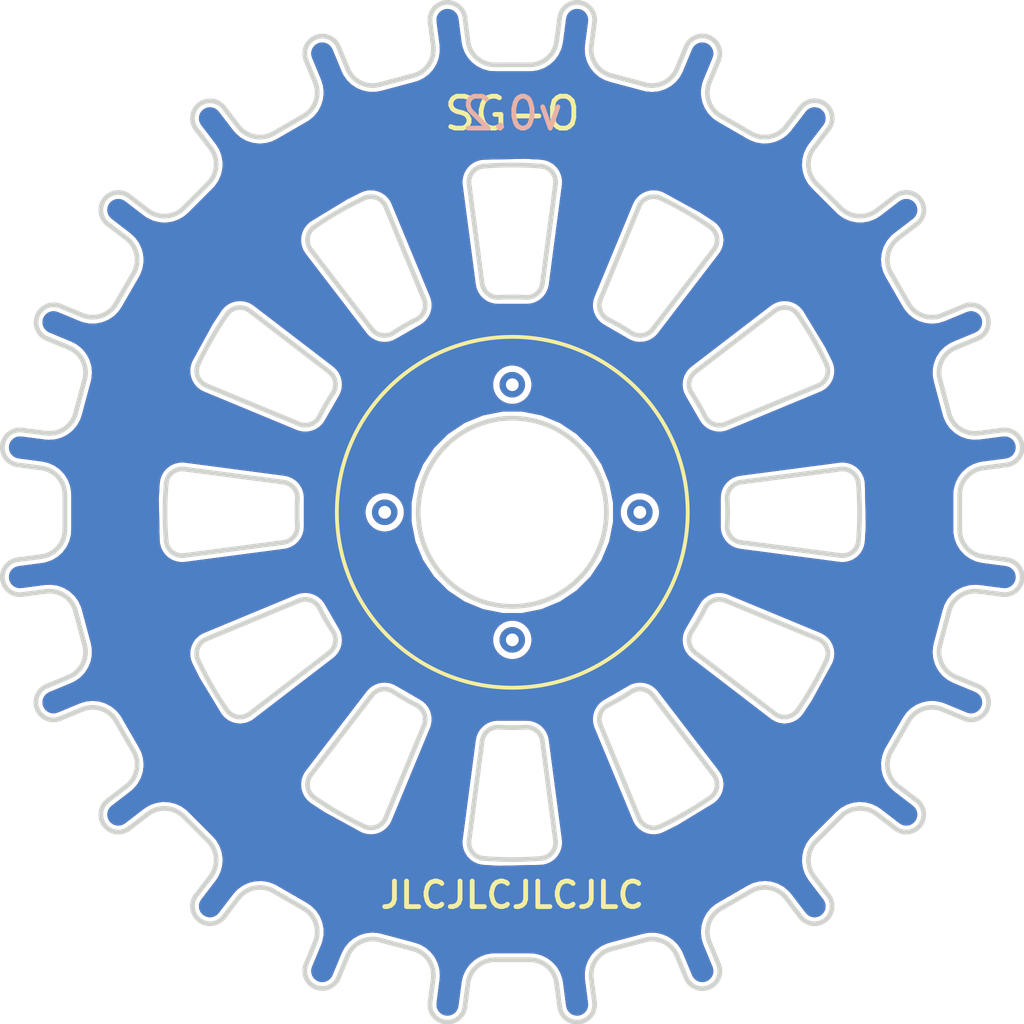
<source format=kicad_pcb>
(kicad_pcb (version 20171130) (host pcbnew "(5.1.5)-3")
  (title_block (title MiniFeedDriveWheel) (date 2021-01-04) (rev v0.2) (company SG-O) (comment 1 "©CC BY 4.0"))
  (layers (0 F.Cu signal) (31 B.Cu signal) (34 B.Paste user) (35 F.Paste user) (36 B.SilkS user) (37 F.SilkS user) (38 B.Mask user) (39 F.Mask user) (44 Edge.Cuts user))
  (net 0 "")
  (gr_text v0.2 (at 100 87.5) (layer B.SilkS) (effects (font (size 1 1)) (justify mirror)))
  (gr_circle (center 100 100) (end 102.95 100) (layer Edge.Cuts) (width 0.15))
  (gr_arc (start 94.079849 108.53663) (end 93.683173 108.23225) (angle -92.758703) (layer Edge.Cuts) (width 0.15))
  (gr_arc (start 100 100) (end 93.794913 108.947497) (angle -9.482593993) (layer Edge.Cuts) (width 0.15))
  (gr_arc (start 95.567137 109.395316) (end 95.353784 109.847511) (angle -92.758703) (layer Edge.Cuts) (width 0.15))
  (gr_line (start 97.232151 106.682178) (end 96.029077 109.586658) (layer Edge.Cuts) (width 0.15))
  (gr_arc (start 96.770212 106.490836) (end 97.232151 106.682178) (angle -86.04542788) (layer Edge.Cuts) (width 0.15))
  (gr_arc (start 100 100) (end 96.269964 105.625773) (angle -7.090855756) (layer Edge.Cuts) (width 0.15))
  (gr_arc (start 95.993665 106.042497) (end 96.269964 105.625773) (angle -86.04542788) (layer Edge.Cuts) (width 0.15))
  (gr_line (start 93.683173 108.23225) (end 95.596989 105.738116) (layer Edge.Cuts) (width 0.15))
  (gr_arc (start 100.858685 110.353014) (end 100.900014 110.851303) (angle -92.758703) (layer Edge.Cuts) (width 0.15))
  (gr_line (start 100.944061 107.17086) (end 101.354408 110.287751) (layer Edge.Cuts) (width 0.15))
  (gr_arc (start 100.448339 107.236124) (end 100.944061 107.17086) (angle -86.04542788) (layer Edge.Cuts) (width 0.15))
  (gr_arc (start 100 100) (end 99.582581 106.737081) (angle -7.090855756) (layer Edge.Cuts) (width 0.15))
  (gr_arc (start 99.551661 107.236124) (end 99.582581 106.737081) (angle -86.04542788) (layer Edge.Cuts) (width 0.15))
  (gr_line (start 98.645592 110.287751) (end 99.055939 107.17086) (layer Edge.Cuts) (width 0.15))
  (gr_arc (start 99.141315 110.353014) (end 98.645592 110.287751) (angle -92.758703) (layer Edge.Cuts) (width 0.15))
  (gr_arc (start 100 100) (end 99.099986 110.851303) (angle -9.482593993) (layer Edge.Cuts) (width 0.15))
  (gr_arc (start 99.141315 89.646986) (end 99.099986 89.148697) (angle -92.758703) (layer Edge.Cuts) (width 0.15))
  (gr_line (start 99.055939 92.82914) (end 98.645592 89.712249) (layer Edge.Cuts) (width 0.15))
  (gr_arc (start 99.551661 92.763876) (end 99.055939 92.82914) (angle -86.04542788) (layer Edge.Cuts) (width 0.15))
  (gr_arc (start 100 100) (end 100.417419 93.262919) (angle -7.090855756) (layer Edge.Cuts) (width 0.15))
  (gr_arc (start 100.448339 92.763876) (end 100.417419 93.262919) (angle -86.04542788) (layer Edge.Cuts) (width 0.15))
  (gr_line (start 101.354408 89.712249) (end 100.944061 92.82914) (layer Edge.Cuts) (width 0.15))
  (gr_arc (start 100.858685 89.646986) (end 101.354408 89.712249) (angle -92.758703) (layer Edge.Cuts) (width 0.15))
  (gr_arc (start 100 100) (end 100.900014 89.148697) (angle -9.482593993) (layer Edge.Cuts) (width 0.15))
  (gr_arc (start 107.236124 100.448339) (end 106.737081 100.417419) (angle -86.04542788) (layer Edge.Cuts) (width 0.15))
  (gr_line (start 110.287751 101.354408) (end 107.17086 100.944061) (layer Edge.Cuts) (width 0.15))
  (gr_arc (start 110.353014 100.858685) (end 110.287751 101.354408) (angle -92.758703) (layer Edge.Cuts) (width 0.15))
  (gr_arc (start 100 100) (end 110.851303 100.900014) (angle -9.482593993) (layer Edge.Cuts) (width 0.15))
  (gr_arc (start 110.353014 99.141315) (end 110.851303 99.099986) (angle -92.758703) (layer Edge.Cuts) (width 0.15))
  (gr_line (start 107.17086 99.055939) (end 110.287751 98.645592) (layer Edge.Cuts) (width 0.15))
  (gr_arc (start 107.236124 99.551661) (end 107.17086 99.055939) (angle -86.04542788) (layer Edge.Cuts) (width 0.15))
  (gr_arc (start 100 100) (end 106.737081 100.417419) (angle -7.090855756) (layer Edge.Cuts) (width 0.15))
  (gr_arc (start 108.53663 94.079849) (end 108.947497 93.794913) (angle -92.758703) (layer Edge.Cuts) (width 0.15))
  (gr_line (start 105.738116 95.596989) (end 108.23225 93.683173) (layer Edge.Cuts) (width 0.15))
  (gr_arc (start 106.042497 95.993665) (end 105.738116 95.596989) (angle -86.04542788) (layer Edge.Cuts) (width 0.15))
  (gr_arc (start 100 100) (end 106.043193 96.992956) (angle -7.090855756) (layer Edge.Cuts) (width 0.15))
  (gr_arc (start 106.490836 96.770212) (end 106.043193 96.992956) (angle -86.04542788) (layer Edge.Cuts) (width 0.15))
  (gr_line (start 109.586658 96.029077) (end 106.682178 97.232151) (layer Edge.Cuts) (width 0.15))
  (gr_arc (start 109.395316 95.567137) (end 109.586658 96.029077) (angle -92.758703) (layer Edge.Cuts) (width 0.15))
  (gr_arc (start 100 100) (end 109.847511 95.353784) (angle -9.482593993) (layer Edge.Cuts) (width 0.15))
  (gr_arc (start 93.509164 96.770212) (end 93.317822 97.232151) (angle -86.04542788) (layer Edge.Cuts) (width 0.15))
  (gr_arc (start 100 100) (end 94.374227 96.269964) (angle -7.090855756) (layer Edge.Cuts) (width 0.15))
  (gr_arc (start 93.957503 95.993665) (end 94.374227 96.269964) (angle -86.04542788) (layer Edge.Cuts) (width 0.15))
  (gr_line (start 91.76775 93.683173) (end 94.261884 95.596989) (layer Edge.Cuts) (width 0.15))
  (gr_arc (start 91.46337 94.079849) (end 91.76775 93.683173) (angle -92.758703) (layer Edge.Cuts) (width 0.15))
  (gr_arc (start 100 100) (end 91.052503 93.794913) (angle -9.482593993) (layer Edge.Cuts) (width 0.15))
  (gr_arc (start 90.604684 95.567137) (end 90.152489 95.353784) (angle -92.758703) (layer Edge.Cuts) (width 0.15))
  (gr_line (start 93.317822 97.232151) (end 90.413342 96.029077) (layer Edge.Cuts) (width 0.15))
  (gr_arc (start 94.079849 91.46337) (end 93.794913 91.052503) (angle -92.758703) (layer Edge.Cuts) (width 0.15))
  (gr_line (start 95.596989 94.261884) (end 93.683173 91.76775) (layer Edge.Cuts) (width 0.15))
  (gr_arc (start 95.993665 93.957503) (end 95.596989 94.261884) (angle -86.04542788) (layer Edge.Cuts) (width 0.15))
  (gr_arc (start 100 100) (end 96.992956 93.956807) (angle -7.090855756) (layer Edge.Cuts) (width 0.15))
  (gr_arc (start 96.770212 93.509164) (end 96.992956 93.956807) (angle -86.04542788) (layer Edge.Cuts) (width 0.15))
  (gr_line (start 96.029077 90.413342) (end 97.232151 93.317822) (layer Edge.Cuts) (width 0.15))
  (gr_arc (start 95.567137 90.604684) (end 96.029077 90.413342) (angle -92.758703) (layer Edge.Cuts) (width 0.15))
  (gr_arc (start 100 100) (end 95.353784 90.152489) (angle -9.482593993) (layer Edge.Cuts) (width 0.15))
  (gr_arc (start 104.432863 90.604684) (end 104.646216 90.152489) (angle -92.758703) (layer Edge.Cuts) (width 0.15))
  (gr_line (start 102.767849 93.317822) (end 103.970923 90.413342) (layer Edge.Cuts) (width 0.15))
  (gr_arc (start 103.229788 93.509164) (end 102.767849 93.317822) (angle -86.04542788) (layer Edge.Cuts) (width 0.15))
  (gr_arc (start 100 100) (end 103.730036 94.374227) (angle -7.090855756) (layer Edge.Cuts) (width 0.15))
  (gr_arc (start 104.006335 93.957503) (end 103.730036 94.374227) (angle -86.04542788) (layer Edge.Cuts) (width 0.15))
  (gr_line (start 106.316827 91.76775) (end 104.403011 94.261884) (layer Edge.Cuts) (width 0.15))
  (gr_arc (start 105.920151 91.46337) (end 106.316827 91.76775) (angle -92.758703) (layer Edge.Cuts) (width 0.15))
  (gr_arc (start 100 100) (end 106.205087 91.052503) (angle -9.482593993) (layer Edge.Cuts) (width 0.15))
  (gr_arc (start 91.46337 105.920151) (end 91.052503 106.205087) (angle -92.758703) (layer Edge.Cuts) (width 0.15))
  (gr_line (start 94.261884 104.403011) (end 91.76775 106.316827) (layer Edge.Cuts) (width 0.15))
  (gr_arc (start 93.957503 104.006335) (end 94.261884 104.403011) (angle -86.04542788) (layer Edge.Cuts) (width 0.15))
  (gr_arc (start 100 100) (end 93.956807 103.007044) (angle -7.090855756) (layer Edge.Cuts) (width 0.15))
  (gr_arc (start 93.509164 103.229788) (end 93.956807 103.007044) (angle -86.04542788) (layer Edge.Cuts) (width 0.15))
  (gr_line (start 90.413342 103.970923) (end 93.317822 102.767849) (layer Edge.Cuts) (width 0.15))
  (gr_arc (start 90.604684 104.432863) (end 90.413342 103.970923) (angle -92.758703) (layer Edge.Cuts) (width 0.15))
  (gr_arc (start 100 100) (end 90.152489 104.646216) (angle -9.482593993) (layer Edge.Cuts) (width 0.15))
  (gr_arc (start 92.763876 100.448339) (end 92.82914 100.944061) (angle -86.04542788) (layer Edge.Cuts) (width 0.15))
  (gr_arc (start 100 100) (end 93.262919 99.582581) (angle -7.090855756) (layer Edge.Cuts) (width 0.15))
  (gr_arc (start 92.763876 99.551661) (end 93.262919 99.582581) (angle -86.04542788) (layer Edge.Cuts) (width 0.15))
  (gr_line (start 89.712249 98.645592) (end 92.82914 99.055939) (layer Edge.Cuts) (width 0.15))
  (gr_arc (start 89.646986 99.141315) (end 89.712249 98.645592) (angle -92.758703) (layer Edge.Cuts) (width 0.15))
  (gr_arc (start 100 100) (end 89.148697 99.099986) (angle -9.482593993) (layer Edge.Cuts) (width 0.15))
  (gr_arc (start 89.646986 100.858685) (end 89.148697 100.900014) (angle -92.758703) (layer Edge.Cuts) (width 0.15))
  (gr_line (start 92.82914 100.944061) (end 89.712249 101.354408) (layer Edge.Cuts) (width 0.15))
  (gr_arc (start 105.920151 108.53663) (end 106.205087 108.947497) (angle -92.758703) (layer Edge.Cuts) (width 0.15))
  (gr_line (start 104.403011 105.738116) (end 106.316827 108.23225) (layer Edge.Cuts) (width 0.15))
  (gr_arc (start 104.006335 106.042497) (end 104.403011 105.738116) (angle -86.04542788) (layer Edge.Cuts) (width 0.15))
  (gr_arc (start 100 100) (end 103.007044 106.043193) (angle -7.090855756) (layer Edge.Cuts) (width 0.15))
  (gr_arc (start 103.229788 106.490836) (end 103.007044 106.043193) (angle -86.04542788) (layer Edge.Cuts) (width 0.15))
  (gr_line (start 103.970923 109.586658) (end 102.767849 106.682178) (layer Edge.Cuts) (width 0.15))
  (gr_arc (start 104.432863 109.395316) (end 103.970923 109.586658) (angle -92.758703) (layer Edge.Cuts) (width 0.15))
  (gr_arc (start 100 100) (end 104.646216 109.847511) (angle -9.482593993) (layer Edge.Cuts) (width 0.15))
  (gr_arc (start 106.042497 104.006335) (end 105.625773 103.730036) (angle -86.04542788) (layer Edge.Cuts) (width 0.15))
  (gr_line (start 108.23225 106.316827) (end 105.738116 104.403011) (layer Edge.Cuts) (width 0.15))
  (gr_arc (start 108.53663 105.920151) (end 108.23225 106.316827) (angle -92.758703) (layer Edge.Cuts) (width 0.15))
  (gr_arc (start 100 100) (end 108.947497 106.205087) (angle -9.482593993) (layer Edge.Cuts) (width 0.15))
  (gr_arc (start 109.395316 104.432863) (end 109.847511 104.646216) (angle -92.758703) (layer Edge.Cuts) (width 0.15))
  (gr_line (start 106.682178 102.767849) (end 109.586658 103.970923) (layer Edge.Cuts) (width 0.15))
  (gr_arc (start 106.490836 103.229788) (end 106.682178 102.767849) (angle -86.04542788) (layer Edge.Cuts) (width 0.15))
  (gr_arc (start 100 100) (end 105.625773 103.730036) (angle -7.090855756) (layer Edge.Cuts) (width 0.15))
  (gr_line (start 114.174328 93.533486) (end 113.483816 93.819505) (layer Edge.Cuts) (width 0.15))
  (gr_arc (start 114.384804 94.041619) (end 114.59528 94.549753) (angle -180) (layer Edge.Cuts) (width 0.15))
  (gr_line (start 113.904768 94.835773) (end 114.59528 94.549753) (layer Edge.Cuts) (width 0.15))
  (gr_arc (start 114.230049 95.62107) (end 113.904768 94.835773) (angle -84.60439738) (layer Edge.Cuts) (width 0.15))
  (gr_line (start 113.684487 96.86694) (end 113.417644 95.871067) (layer Edge.Cuts) (width 0.15))
  (gr_arc (start 114.513049 96.677241) (end 113.684487 96.86694) (angle -84.60439738) (layer Edge.Cuts) (width 0.15))
  (gr_line (start 115.365007 97.422413) (end 114.623996 97.519969) (layer Edge.Cuts) (width 0.15))
  (gr_arc (start 115.436796 97.967708) (end 115.508585 98.513002) (angle -180) (layer Edge.Cuts) (width 0.15))
  (gr_line (start 114.767575 98.610558) (end 115.508585 98.513002) (layer Edge.Cuts) (width 0.15))
  (gr_arc (start 114.878522 99.453286) (end 114.767575 98.610558) (angle -84.60439738) (layer Edge.Cuts) (width 0.15))
  (gr_line (start 114.029095 100.515501) (end 114.029095 99.484499) (layer Edge.Cuts) (width 0.15))
  (gr_arc (start 114.878522 100.546714) (end 114.029095 100.515501) (angle -84.60439738) (layer Edge.Cuts) (width 0.15))
  (gr_line (start 115.508585 101.486998) (end 114.767575 101.389442) (layer Edge.Cuts) (width 0.15))
  (gr_arc (start 115.436796 102.032292) (end 115.365007 102.577587) (angle -180) (layer Edge.Cuts) (width 0.15))
  (gr_line (start 114.623996 102.480031) (end 115.365007 102.577587) (layer Edge.Cuts) (width 0.15))
  (gr_arc (start 114.513049 103.322759) (end 114.623996 102.480031) (angle -84.60439738) (layer Edge.Cuts) (width 0.15))
  (gr_line (start 113.417644 104.128933) (end 113.684487 103.13306) (layer Edge.Cuts) (width 0.15))
  (gr_arc (start 114.230049 104.37893) (end 113.417644 104.128933) (angle -84.60439738) (layer Edge.Cuts) (width 0.15))
  (gr_line (start 114.59528 105.450247) (end 113.904768 105.164227) (layer Edge.Cuts) (width 0.15))
  (gr_arc (start 114.384804 105.958381) (end 114.174328 106.466514) (angle -180) (layer Edge.Cuts) (width 0.15))
  (gr_line (start 113.483816 106.180495) (end 114.174328 106.466514) (layer Edge.Cuts) (width 0.15))
  (gr_arc (start 113.158535 106.965792) (end 113.483816 106.180495) (angle -84.60439738) (layer Edge.Cuts) (width 0.15))
  (gr_line (start 111.891802 107.460985) (end 112.407304 106.56811) (layer Edge.Cuts) (width 0.15))
  (gr_arc (start 112.611821 107.912729) (end 111.891802 107.460985) (angle -84.60439738) (layer Edge.Cuts) (width 0.15))
  (gr_line (start 112.68733 109.042071) (end 112.094374 108.587079) (layer Edge.Cuts) (width 0.15))
  (gr_arc (start 112.352511 109.478415) (end 112.017692 109.914759) (angle -180) (layer Edge.Cuts) (width 0.15))
  (gr_line (start 111.424736 109.459768) (end 112.017692 109.914759) (layer Edge.Cuts) (width 0.15))
  (gr_arc (start 110.907289 110.134118) (end 111.424736 109.459768) (angle -84.60439738) (layer Edge.Cuts) (width 0.15))
  (gr_line (start 109.555553 110.284583) (end 110.284583 109.555553) (layer Edge.Cuts) (width 0.15))
  (gr_arc (start 110.134118 110.907289) (end 109.555553 110.284583) (angle -84.60439738) (layer Edge.Cuts) (width 0.15))
  (gr_line (start 109.914759 112.017692) (end 109.459768 111.424736) (layer Edge.Cuts) (width 0.15))
  (gr_arc (start 109.478415 112.352511) (end 109.042071 112.68733) (angle -180) (layer Edge.Cuts) (width 0.15))
  (gr_line (start 108.587079 112.094374) (end 109.042071 112.68733) (layer Edge.Cuts) (width 0.15))
  (gr_arc (start 107.912729 112.611821) (end 108.587079 112.094374) (angle -84.60439738) (layer Edge.Cuts) (width 0.15))
  (gr_line (start 106.56811 112.407304) (end 107.460985 111.891802) (layer Edge.Cuts) (width 0.15))
  (gr_arc (start 106.965792 113.158535) (end 106.56811 112.407304) (angle -84.60439738) (layer Edge.Cuts) (width 0.15))
  (gr_line (start 106.466514 114.174328) (end 106.180495 113.483816) (layer Edge.Cuts) (width 0.15))
  (gr_arc (start 105.958381 114.384804) (end 105.450247 114.59528) (angle -180) (layer Edge.Cuts) (width 0.15))
  (gr_line (start 105.164227 113.904768) (end 105.450247 114.59528) (layer Edge.Cuts) (width 0.15))
  (gr_arc (start 104.37893 114.230049) (end 105.164227 113.904768) (angle -84.60439738) (layer Edge.Cuts) (width 0.15))
  (gr_line (start 103.13306 113.684487) (end 104.128933 113.417644) (layer Edge.Cuts) (width 0.15))
  (gr_arc (start 103.322759 114.513049) (end 103.13306 113.684487) (angle -84.60439738) (layer Edge.Cuts) (width 0.15))
  (gr_line (start 102.577587 115.365007) (end 102.480031 114.623996) (layer Edge.Cuts) (width 0.15))
  (gr_arc (start 102.032292 115.436796) (end 101.486998 115.508585) (angle -180) (layer Edge.Cuts) (width 0.15))
  (gr_line (start 101.389442 114.767575) (end 101.486998 115.508585) (layer Edge.Cuts) (width 0.15))
  (gr_arc (start 100.546714 114.878522) (end 101.389442 114.767575) (angle -84.60439738) (layer Edge.Cuts) (width 0.15))
  (gr_line (start 99.484499 114.029095) (end 100.515501 114.029095) (layer Edge.Cuts) (width 0.15))
  (gr_arc (start 99.453286 114.878522) (end 99.484499 114.029095) (angle -84.60439738) (layer Edge.Cuts) (width 0.15))
  (gr_line (start 98.513002 115.508585) (end 98.610558 114.767575) (layer Edge.Cuts) (width 0.15))
  (gr_arc (start 97.967708 115.436796) (end 97.422413 115.365007) (angle -179.9999991) (layer Edge.Cuts) (width 0.15))
  (gr_line (start 97.519969 114.623996) (end 97.422413 115.365007) (layer Edge.Cuts) (width 0.15))
  (gr_arc (start 96.677241 114.513049) (end 97.519969 114.623996) (angle -84.60439738) (layer Edge.Cuts) (width 0.15))
  (gr_line (start 95.871067 113.417644) (end 96.86694 113.684487) (layer Edge.Cuts) (width 0.15))
  (gr_arc (start 95.62107 114.230049) (end 95.871067 113.417644) (angle -84.60439738) (layer Edge.Cuts) (width 0.15))
  (gr_line (start 94.549753 114.59528) (end 94.835773 113.904768) (layer Edge.Cuts) (width 0.15))
  (gr_arc (start 94.041619 114.384804) (end 93.533486 114.174328) (angle -180) (layer Edge.Cuts) (width 0.15))
  (gr_line (start 93.819505 113.483816) (end 93.533486 114.174328) (layer Edge.Cuts) (width 0.15))
  (gr_arc (start 93.034208 113.158535) (end 93.819505 113.483816) (angle -84.60439738) (layer Edge.Cuts) (width 0.15))
  (gr_line (start 92.539015 111.891802) (end 93.43189 112.407304) (layer Edge.Cuts) (width 0.15))
  (gr_arc (start 92.087271 112.611821) (end 92.539015 111.891802) (angle -84.60439738) (layer Edge.Cuts) (width 0.15))
  (gr_line (start 90.957929 112.68733) (end 91.412921 112.094374) (layer Edge.Cuts) (width 0.15))
  (gr_arc (start 90.521585 112.352511) (end 90.085241 112.017692) (angle -180) (layer Edge.Cuts) (width 0.15))
  (gr_line (start 90.540232 111.424736) (end 90.085241 112.017692) (layer Edge.Cuts) (width 0.15))
  (gr_arc (start 89.865882 110.907289) (end 90.540232 111.424736) (angle -84.60439738) (layer Edge.Cuts) (width 0.15))
  (gr_line (start 89.715417 109.555553) (end 90.444447 110.284583) (layer Edge.Cuts) (width 0.15))
  (gr_arc (start 89.092711 110.134118) (end 89.715417 109.555553) (angle -84.60439738) (layer Edge.Cuts) (width 0.15))
  (gr_line (start 87.982308 109.914759) (end 88.575264 109.459768) (layer Edge.Cuts) (width 0.15))
  (gr_arc (start 87.647489 109.478415) (end 87.31267 109.042071) (angle -180) (layer Edge.Cuts) (width 0.15))
  (gr_line (start 87.905626 108.587079) (end 87.31267 109.042071) (layer Edge.Cuts) (width 0.15))
  (gr_arc (start 87.388179 107.912729) (end 87.905626 108.587079) (angle -84.60439738) (layer Edge.Cuts) (width 0.15))
  (gr_line (start 87.592696 106.56811) (end 88.108198 107.460985) (layer Edge.Cuts) (width 0.15))
  (gr_arc (start 86.841465 106.965792) (end 87.592696 106.56811) (angle -84.60439738) (layer Edge.Cuts) (width 0.15))
  (gr_line (start 85.825672 106.466514) (end 86.516184 106.180495) (layer Edge.Cuts) (width 0.15))
  (gr_arc (start 85.615196 105.958381) (end 85.40472 105.450247) (angle -180) (layer Edge.Cuts) (width 0.15))
  (gr_line (start 86.095232 105.164227) (end 85.40472 105.450247) (layer Edge.Cuts) (width 0.15))
  (gr_arc (start 85.769951 104.37893) (end 86.095232 105.164227) (angle -84.60439738) (layer Edge.Cuts) (width 0.15))
  (gr_line (start 86.315513 103.13306) (end 86.582356 104.128933) (layer Edge.Cuts) (width 0.15))
  (gr_arc (start 85.486951 103.322759) (end 86.315513 103.13306) (angle -84.60439738) (layer Edge.Cuts) (width 0.15))
  (gr_line (start 84.634993 102.577587) (end 85.376004 102.480031) (layer Edge.Cuts) (width 0.15))
  (gr_arc (start 84.563204 102.032292) (end 84.491415 101.486998) (angle -180) (layer Edge.Cuts) (width 0.15))
  (gr_line (start 85.232425 101.389442) (end 84.491415 101.486998) (layer Edge.Cuts) (width 0.15))
  (gr_arc (start 85.121478 100.546714) (end 85.232425 101.389442) (angle -84.60439738) (layer Edge.Cuts) (width 0.15))
  (gr_line (start 85.970905 99.484499) (end 85.970905 100.515501) (layer Edge.Cuts) (width 0.15))
  (gr_arc (start 85.121478 99.453286) (end 85.970905 99.484499) (angle -84.60439738) (layer Edge.Cuts) (width 0.15))
  (gr_line (start 84.491415 98.513002) (end 85.232425 98.610558) (layer Edge.Cuts) (width 0.15))
  (gr_arc (start 84.563204 97.967708) (end 84.634993 97.422413) (angle -180.0000009) (layer Edge.Cuts) (width 0.15))
  (gr_line (start 85.376004 97.519969) (end 84.634993 97.422413) (layer Edge.Cuts) (width 0.15))
  (gr_arc (start 85.486951 96.677241) (end 85.376004 97.519969) (angle -84.60439738) (layer Edge.Cuts) (width 0.15))
  (gr_line (start 86.582356 95.871067) (end 86.315513 96.86694) (layer Edge.Cuts) (width 0.15))
  (gr_arc (start 85.769951 95.62107) (end 86.582356 95.871067) (angle -84.60439738) (layer Edge.Cuts) (width 0.15))
  (gr_line (start 85.40472 94.549753) (end 86.095232 94.835773) (layer Edge.Cuts) (width 0.15))
  (gr_arc (start 85.615196 94.041619) (end 85.825672 93.533486) (angle -180) (layer Edge.Cuts) (width 0.15))
  (gr_line (start 86.516184 93.819505) (end 85.825672 93.533486) (layer Edge.Cuts) (width 0.15))
  (gr_arc (start 86.841465 93.034208) (end 86.516184 93.819505) (angle -84.60439738) (layer Edge.Cuts) (width 0.15))
  (gr_line (start 88.108198 92.539015) (end 87.592696 93.43189) (layer Edge.Cuts) (width 0.15))
  (gr_arc (start 87.388179 92.087271) (end 88.108198 92.539015) (angle -84.60439738) (layer Edge.Cuts) (width 0.15))
  (gr_line (start 87.31267 90.957929) (end 87.905626 91.412921) (layer Edge.Cuts) (width 0.15))
  (gr_arc (start 87.647489 90.521585) (end 87.982308 90.085241) (angle -180) (layer Edge.Cuts) (width 0.15))
  (gr_line (start 88.575264 90.540232) (end 87.982308 90.085241) (layer Edge.Cuts) (width 0.15))
  (gr_arc (start 89.092711 89.865882) (end 88.575264 90.540232) (angle -84.60439738) (layer Edge.Cuts) (width 0.15))
  (gr_line (start 90.444447 89.715417) (end 89.715417 90.444447) (layer Edge.Cuts) (width 0.15))
  (gr_arc (start 89.865882 89.092711) (end 90.444447 89.715417) (angle -84.60439738) (layer Edge.Cuts) (width 0.15))
  (gr_line (start 90.085241 87.982308) (end 90.540232 88.575264) (layer Edge.Cuts) (width 0.15))
  (gr_arc (start 90.521585 87.647489) (end 90.957929 87.31267) (angle -180) (layer Edge.Cuts) (width 0.15))
  (gr_line (start 91.412921 87.905626) (end 90.957929 87.31267) (layer Edge.Cuts) (width 0.15))
  (gr_arc (start 92.087271 87.388179) (end 91.412921 87.905626) (angle -84.60439738) (layer Edge.Cuts) (width 0.15))
  (gr_line (start 93.43189 87.592696) (end 92.539015 88.108198) (layer Edge.Cuts) (width 0.15))
  (gr_arc (start 93.034208 86.841465) (end 93.43189 87.592696) (angle -84.60439738) (layer Edge.Cuts) (width 0.15))
  (gr_line (start 93.533486 85.825672) (end 93.819505 86.516184) (layer Edge.Cuts) (width 0.15))
  (gr_arc (start 94.041619 85.615196) (end 94.549753 85.40472) (angle -180) (layer Edge.Cuts) (width 0.15))
  (gr_line (start 94.835773 86.095232) (end 94.549753 85.40472) (layer Edge.Cuts) (width 0.15))
  (gr_arc (start 95.62107 85.769951) (end 94.835773 86.095232) (angle -84.60439738) (layer Edge.Cuts) (width 0.15))
  (gr_line (start 96.86694 86.315513) (end 95.871067 86.582356) (layer Edge.Cuts) (width 0.15))
  (gr_arc (start 96.677241 85.486951) (end 96.86694 86.315513) (angle -84.60439738) (layer Edge.Cuts) (width 0.15))
  (gr_line (start 97.422413 84.634993) (end 97.519969 85.376004) (layer Edge.Cuts) (width 0.15))
  (gr_arc (start 97.967708 84.563204) (end 98.513002 84.491415) (angle -180) (layer Edge.Cuts) (width 0.15))
  (gr_line (start 98.610558 85.232425) (end 98.513002 84.491415) (layer Edge.Cuts) (width 0.15))
  (gr_arc (start 99.453286 85.121478) (end 98.610558 85.232425) (angle -84.60439738) (layer Edge.Cuts) (width 0.15))
  (gr_line (start 100.515501 85.970905) (end 99.484499 85.970905) (layer Edge.Cuts) (width 0.15))
  (gr_arc (start 100.546714 85.121478) (end 100.515501 85.970905) (angle -84.60439738) (layer Edge.Cuts) (width 0.15))
  (gr_line (start 101.486998 84.491415) (end 101.389442 85.232425) (layer Edge.Cuts) (width 0.15))
  (gr_arc (start 102.032292 84.563204) (end 102.577587 84.634993) (angle -180) (layer Edge.Cuts) (width 0.15))
  (gr_line (start 102.480031 85.376004) (end 102.577587 84.634993) (layer Edge.Cuts) (width 0.15))
  (gr_arc (start 103.322759 85.486951) (end 102.480031 85.376004) (angle -84.60439738) (layer Edge.Cuts) (width 0.15))
  (gr_line (start 104.128933 86.582356) (end 103.13306 86.315513) (layer Edge.Cuts) (width 0.15))
  (gr_arc (start 104.37893 85.769951) (end 104.128933 86.582356) (angle -84.60439738) (layer Edge.Cuts) (width 0.15))
  (gr_line (start 105.450247 85.40472) (end 105.164227 86.095232) (layer Edge.Cuts) (width 0.15))
  (gr_arc (start 105.958381 85.615196) (end 106.466514 85.825672) (angle -180) (layer Edge.Cuts) (width 0.15))
  (gr_line (start 106.180495 86.516184) (end 106.466514 85.825672) (layer Edge.Cuts) (width 0.15))
  (gr_arc (start 106.965792 86.841465) (end 106.180495 86.516184) (angle -84.60439738) (layer Edge.Cuts) (width 0.15))
  (gr_line (start 107.460985 88.108198) (end 106.56811 87.592696) (layer Edge.Cuts) (width 0.15))
  (gr_arc (start 107.912729 87.388179) (end 107.460985 88.108198) (angle -84.60439738) (layer Edge.Cuts) (width 0.15))
  (gr_line (start 109.042071 87.31267) (end 108.587079 87.905626) (layer Edge.Cuts) (width 0.15))
  (gr_arc (start 109.478415 87.647489) (end 109.914759 87.982308) (angle -180) (layer Edge.Cuts) (width 0.15))
  (gr_line (start 109.459768 88.575264) (end 109.914759 87.982308) (layer Edge.Cuts) (width 0.15))
  (gr_arc (start 110.134118 89.092711) (end 109.459768 88.575264) (angle -84.60439738) (layer Edge.Cuts) (width 0.15))
  (gr_line (start 110.284583 90.444447) (end 109.555553 89.715417) (layer Edge.Cuts) (width 0.15))
  (gr_arc (start 110.907289 89.865882) (end 110.284583 90.444447) (angle -84.60439738) (layer Edge.Cuts) (width 0.15))
  (gr_line (start 112.017692 90.085241) (end 111.424736 90.540232) (layer Edge.Cuts) (width 0.15))
  (gr_arc (start 112.352511 90.521585) (end 112.68733 90.957929) (angle -180) (layer Edge.Cuts) (width 0.15))
  (gr_line (start 112.094374 91.412921) (end 112.68733 90.957929) (layer Edge.Cuts) (width 0.15))
  (gr_arc (start 112.611821 92.087271) (end 112.094374 91.412921) (angle -84.60439738) (layer Edge.Cuts) (width 0.15))
  (gr_line (start 112.407304 93.43189) (end 111.891802 92.539015) (layer Edge.Cuts) (width 0.15))
  (gr_arc (start 113.158535 93.034208) (end 112.407304 93.43189) (angle -84.60439738) (layer Edge.Cuts) (width 0.15))
  (gr_text SG-O (at 100 87.5) (layer F.SilkS) (effects (font (size 1 1))))
  (gr_text JLCJLCJLCJLC (at 100 112) (layer F.SilkS) (effects (font (size 0.8 0.8))))
  (gr_circle (center 100 100) (end 94.5 100) (layer F.SilkS) (width 0.12))
  (via (at 96 100) (size 0.8) (drill 0.4) (layers F.Cu B.Cu) (net 0))
  (via (at 100 96) (size 0.8) (drill 0.4) (layers F.Cu B.Cu) (net 0))
  (via (at 100 104) (size 0.8) (drill 0.4) (layers F.Cu B.Cu) (net 0))
  (via (at 104 100) (size 0.8) (drill 0.4) (layers F.Cu B.Cu) (net 0))
  (zone (net 0) (net_name "") (layer F.Cu) (connect_pads (clearance 0.128)) (min_thickness 0.128) (fill yes (arc_segments 32) (thermal_gap 0.508) (thermal_bridge_width 0.508))
    (polygon (pts (xy 116 116) (xy 84 116) (xy 84 84) (xy 116 84)))
  )
  (zone (net 0) (net_name "") (layer B.Cu) (connect_pads (clearance 0.128)) (min_thickness 0.128) (fill yes (arc_segments 32) (thermal_gap 0.508) (thermal_bridge_width 0.508))
    (polygon (pts (xy 116 116) (xy 84 116) (xy 84 84) (xy 116 84)))
  )
)
</source>
